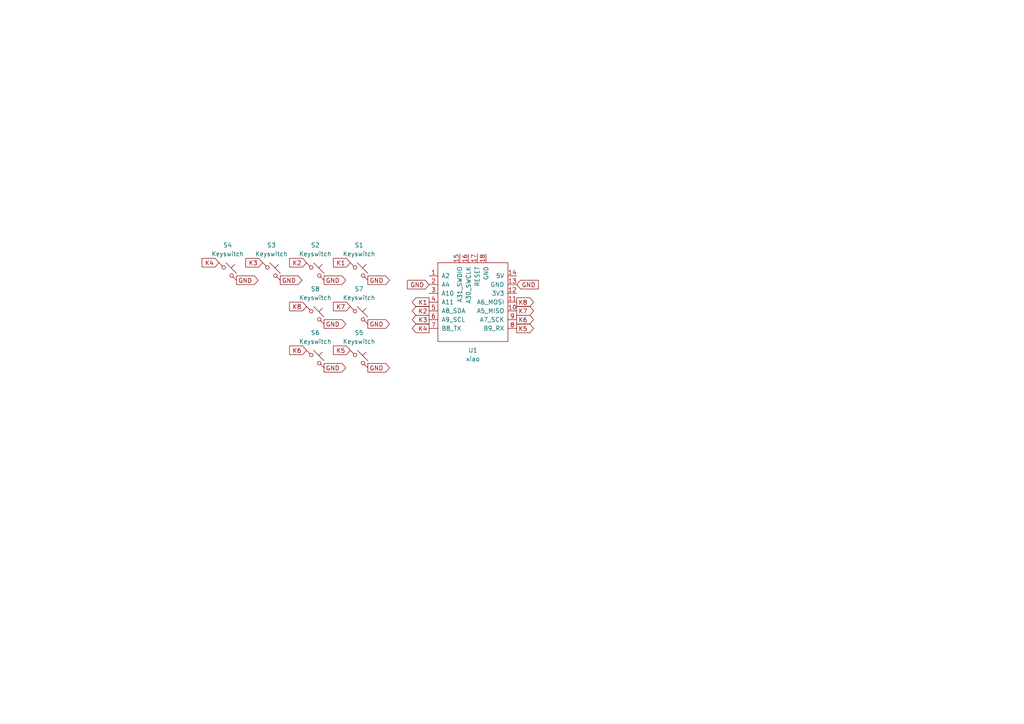
<source format=kicad_sch>
(kicad_sch (version 20250114) (generator "eeschema") (generator_version "9.0")
  (paper "A4")
  (lib_symbols
    (symbol "ScottoKeebs:Placeholder_Keyswitch" (pin_numbers (hide yes)) (pin_names (offset 1.016) (hide yes))
      (property "Reference" "S" (at 3.048 1.016 0))
      (property "Value" "Keyswitch" (at 0 -3.81 0))
      (symbol "Placeholder_Keyswitch_0_1"
        (polyline (pts (xy -2.54 2.54) (xy -1.524 1.524) (xy -1.524 1.524)))
        (circle (center -1.1684 1.1684) (radius 0.508))
        (polyline (pts (xy -0.508 2.54) (xy 2.54 -0.508)))
        (polyline (pts (xy 1.016 1.016) (xy 2.032 2.032)))
        (circle (center 1.143 -1.1938) (radius 0.508))
        (polyline (pts (xy 1.524 -1.524) (xy 2.54 -2.54) (xy 2.54 -2.54) (xy 2.54 -2.54)))
        (pin passive line (at -2.54 2.54 0) (length 0) (name "1") (number "1"))
        (pin passive line (at 2.54 -2.54 180) (length 0) (name "2") (number "2"))
      )
    )
    (symbol "mcu:xiao" (pin_names (offset 1.016))
      (property "Reference" "U" (at -10.16 15.24 0))
      (property "Value" "xiao" (at -8.89 12.7 0))
      (symbol "xiao_0_1"
        (rectangle (start -10.16 11.43) (end 10.16 -11.43))
      )
      (symbol "xiao_1_1"
        (pin bidirectional line (at -12.7 7.62 0) (length 2.54) (name "A2") (number "1"))
        (pin bidirectional line (at -12.7 5.08 0) (length 2.54) (name "A4") (number "2"))
        (pin bidirectional line (at -12.7 2.54 0) (length 2.54) (name "A10") (number "3"))
        (pin bidirectional line (at -12.7 0 0) (length 2.54) (name "A11") (number "4"))
        (pin bidirectional line (at -12.7 -2.54 0) (length 2.54) (name "A8_SDA") (number "5"))
        (pin bidirectional line (at -12.7 -5.08 0) (length 2.54) (name "A9_SCL") (number "6"))
        (pin bidirectional line (at -12.7 -7.62 0) (length 2.54) (name "B8_TX") (number "7"))
        (pin input line (at -3.81 13.97 270) (length 2.54) (name "A31_SWDIO") (number "15"))
        (pin input line (at -1.27 13.97 270) (length 2.54) (name "A30_SWCLK") (number "16"))
        (pin input line (at 1.27 13.97 270) (length 2.54) (name "RESET") (number "17"))
        (pin power_out line (at 3.81 13.97 270) (length 2.54) (name "GND") (number "18"))
        (pin power_out line (at 12.7 7.62 180) (length 2.54) (name "5V") (number "14"))
        (pin power_out line (at 12.7 5.08 180) (length 2.54) (name "GND") (number "13"))
        (pin power_out line (at 12.7 2.54 180) (length 2.54) (name "3V3") (number "12"))
        (pin bidirectional line (at 12.7 0 180) (length 2.54) (name "A6_MOSI") (number "11"))
        (pin bidirectional line (at 12.7 -2.54 180) (length 2.54) (name "A5_MISO") (number "10"))
        (pin bidirectional line (at 12.7 -5.08 180) (length 2.54) (name "A7_SCK") (number "9"))
        (pin bidirectional line (at 12.7 -7.62 180) (length 2.54) (name "B9_RX") (number "8"))
      )
    )
  )
  (global_label "GND" (shape output) (at 93.98 93.98 0) (property "Intersheetrefs" "${INTERSHEET_REFS}" (effects (hide yes))))
  (global_label "GND" (shape input) (at 149.86 82.55 0) (property "Intersheetrefs" "${INTERSHEET_REFS}" (effects (hide yes))))
  (global_label "GND" (shape output) (at 106.68 93.98 0) (property "Intersheetrefs" "${INTERSHEET_REFS}" (effects (hide yes))))
  (global_label "K7" (shape output) (at 149.86 90.17 0) (property "Intersheetrefs" "${INTERSHEET_REFS}" (effects (hide yes))))
  (global_label "K7" (shape input) (at 101.6 88.9 180) (property "Intersheetrefs" "${INTERSHEET_REFS}" (effects (hide yes))))
  (global_label "K2" (shape output) (at 124.46 90.17 180) (property "Intersheetrefs" "${INTERSHEET_REFS}" (effects (hide yes))))
  (global_label "K4" (shape output) (at 124.46 95.25 180) (property "Intersheetrefs" "${INTERSHEET_REFS}" (effects (hide yes))))
  (global_label "GND" (shape output) (at 68.58 81.28 0) (property "Intersheetrefs" "${INTERSHEET_REFS}" (effects (hide yes))))
  (global_label "K6" (shape output) (at 149.86 92.71 0) (property "Intersheetrefs" "${INTERSHEET_REFS}" (effects (hide yes))))
  (global_label "GND" (shape input) (at 124.46 82.55 180) (property "Intersheetrefs" "${INTERSHEET_REFS}" (effects (hide yes))))
  (global_label "GND" (shape output) (at 93.98 106.68 0) (property "Intersheetrefs" "${INTERSHEET_REFS}" (effects (hide yes))))
  (global_label "K5" (shape input) (at 101.6 101.6 180) (property "Intersheetrefs" "${INTERSHEET_REFS}" (effects (hide yes))))
  (global_label "K3" (shape input) (at 76.2 76.2 180) (property "Intersheetrefs" "${INTERSHEET_REFS}" (effects (hide yes))))
  (global_label "GND" (shape output) (at 106.68 106.68 0) (property "Intersheetrefs" "${INTERSHEET_REFS}" (effects (hide yes))))
  (global_label "K5" (shape output) (at 149.86 95.25 0) (property "Intersheetrefs" "${INTERSHEET_REFS}" (effects (hide yes))))
  (global_label "K1" (shape output) (at 124.46 87.63 180) (property "Intersheetrefs" "${INTERSHEET_REFS}" (effects (hide yes))))
  (global_label "K3" (shape output) (at 124.46 92.71 180) (property "Intersheetrefs" "${INTERSHEET_REFS}" (effects (hide yes))))
  (global_label "GND" (shape output) (at 106.68 81.28 0) (property "Intersheetrefs" "${INTERSHEET_REFS}" (effects (hide yes))))
  (global_label "K8" (shape input) (at 88.9 88.9 180) (property "Intersheetrefs" "${INTERSHEET_REFS}" (effects (hide yes))))
  (global_label "K6" (shape input) (at 88.9 101.6 180) (property "Intersheetrefs" "${INTERSHEET_REFS}" (effects (hide yes))))
  (global_label "K4" (shape input) (at 63.5 76.2 180) (property "Intersheetrefs" "${INTERSHEET_REFS}" (effects (hide yes))))
  (global_label "K1" (shape input) (at 101.6 76.2 180) (property "Intersheetrefs" "${INTERSHEET_REFS}" (effects (hide yes))))
  (global_label "K8" (shape output) (at 149.86 87.63 0) (property "Intersheetrefs" "${INTERSHEET_REFS}" (effects (hide yes))))
  (global_label "K2" (shape input) (at 88.9 76.2 180) (property "Intersheetrefs" "${INTERSHEET_REFS}" (effects (hide yes))))
  (global_label "GND" (shape output) (at 81.28 81.28 0) (property "Intersheetrefs" "${INTERSHEET_REFS}" (effects (hide yes))))
  (global_label "GND" (shape output) (at 93.98 81.28 0) (property "Intersheetrefs" "${INTERSHEET_REFS}" (effects (hide yes))))
  (symbol (lib_id "ScottoKeebs:Placeholder_Keyswitch") (at 104.14 78.74 0) (unit 1)
    (property "Reference" "S1" (at 104.14 71.12 0))
    (property "Value" "Keyswitch" (at 104.14 73.66 0))
    (property "Footprint" "ScottoKeebs_Choc:Choc_V1_1.00u" (effects (hide yes)))
    (property "Description" "Push button switch, normally open, two pins, 45° tilted" (effects (hide yes)))
  )
  (symbol (lib_id "ScottoKeebs:Placeholder_Keyswitch") (at 104.14 91.44 0) (unit 1)
    (property "Reference" "S7" (at 104.14 83.82 0))
    (property "Value" "Keyswitch" (at 104.14 86.36 0))
    (property "Footprint" "ScottoKeebs_Choc:Choc_V1_1.00u" (effects (hide yes)))
    (property "Description" "Push button switch, normally open, two pins, 45° tilted" (effects (hide yes)))
  )
  (symbol (lib_id "ScottoKeebs:Placeholder_Keyswitch") (at 91.44 91.44 0) (unit 1)
    (property "Reference" "S8" (at 91.44 83.82 0))
    (property "Value" "Keyswitch" (at 91.44 86.36 0))
    (property "Footprint" "ScottoKeebs_Choc:Choc_V1_1.00u" (effects (hide yes)))
    (property "Description" "Push button switch, normally open, two pins, 45° tilted" (effects (hide yes)))
  )
  (symbol (lib_id "ScottoKeebs:Placeholder_Keyswitch") (at 91.44 78.74 0) (unit 1)
    (property "Reference" "S2" (at 91.44 71.12 0))
    (property "Value" "Keyswitch" (at 91.44 73.66 0))
    (property "Footprint" "ScottoKeebs_Choc:Choc_V1_1.00u" (effects (hide yes)))
    (property "Description" "Push button switch, normally open, two pins, 45° tilted" (effects (hide yes)))
  )
  (symbol (lib_id "ScottoKeebs:Placeholder_Keyswitch") (at 66.04 78.74 0) (unit 1)
    (property "Reference" "S4" (at 66.04 71.12 0))
    (property "Value" "Keyswitch" (at 66.04 73.66 0))
    (property "Footprint" "ScottoKeebs_Choc:Choc_V1_1.50u" (effects (hide yes)))
    (property "Description" "Push button switch, normally open, two pins, 45° tilted" (effects (hide yes)))
  )
  (symbol (lib_id "ScottoKeebs:Placeholder_Keyswitch") (at 104.14 104.14 0) (unit 1)
    (property "Reference" "S5" (at 104.14 96.52 0))
    (property "Value" "Keyswitch" (at 104.14 99.06 0))
    (property "Footprint" "ScottoKeebs_Choc:Choc_V1_1.50u" (effects (hide yes)))
    (property "Description" "Push button switch, normally open, two pins, 45° tilted" (effects (hide yes)))
  )
  (symbol (lib_id "ScottoKeebs:Placeholder_Keyswitch") (at 91.44 104.14 0) (unit 1)
    (property "Reference" "S6" (at 91.44 96.52 0))
    (property "Value" "Keyswitch" (at 91.44 99.06 0))
    (property "Footprint" "ScottoKeebs_Choc:Choc_V1_1.50u" (effects (hide yes)))
    (property "Description" "Push button switch, normally open, two pins, 45° tilted" (effects (hide yes)))
  )
  (symbol (lib_id "mcu:xiao") (at 137.16 87.63 0) (unit 1)
    (property "Reference" "U1" (at 137.16 101.6 0))
    (property "Value" "xiao" (at 137.16 104.14 0))
    (property "Footprint" "Seeed Studio XIAO Series Library:XIAO-nRF52840-DIP" (effects (hide yes)))
  )
  (symbol (lib_id "ScottoKeebs:Placeholder_Keyswitch") (at 78.74 78.74 0) (unit 1)
    (property "Reference" "S3" (at 78.74 71.12 0))
    (property "Value" "Keyswitch" (at 78.74 73.66 0))
    (property "Footprint" "ScottoKeebs_Choc:Choc_V1_2.00u" (effects (hide yes)))
    (property "Description" "Push button switch, normally open, two pins, 45° tilted" (effects (hide yes)))
  )
)
</source>
